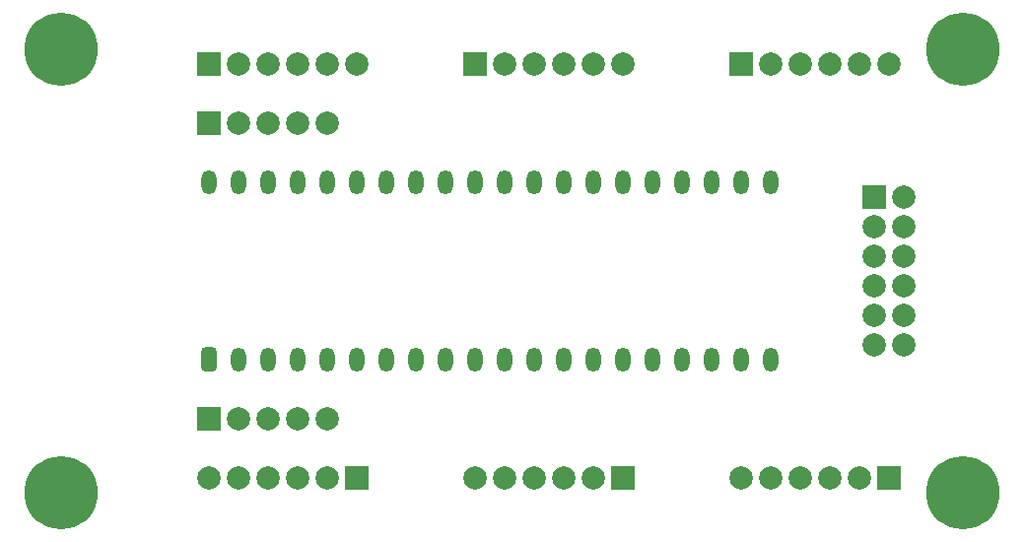
<source format=gbs>
%TF.GenerationSoftware,KiCad,Pcbnew,5.1.6-c6e7f7d~87~ubuntu18.04.1*%
%TF.CreationDate,2020-11-08T14:53:35+00:00*%
%TF.ProjectId,icepill,69636570-696c-46c2-9e6b-696361645f70,1*%
%TF.SameCoordinates,Original*%
%TF.FileFunction,Soldermask,Bot*%
%TF.FilePolarity,Negative*%
%FSLAX46Y46*%
G04 Gerber Fmt 4.6, Leading zero omitted, Abs format (unit mm)*
G04 Created by KiCad (PCBNEW 5.1.6-c6e7f7d~87~ubuntu18.04.1) date 2020-11-08 14:53:35*
%MOMM*%
%LPD*%
G01*
G04 APERTURE LIST*
%ADD10O,1.300000X2.100000*%
%ADD11C,2.000000*%
%ADD12R,2.000000X2.000000*%
%ADD13C,6.300000*%
%ADD14C,0.700000*%
G04 APERTURE END LIST*
D10*
%TO.C,U1*%
X68580000Y-66040000D03*
X71120000Y-66040000D03*
X73660000Y-66040000D03*
X76200000Y-66040000D03*
X78740000Y-66040000D03*
X81280000Y-66040000D03*
X83820000Y-66040000D03*
X86360000Y-66040000D03*
X88900000Y-66040000D03*
X91440000Y-66040000D03*
X93980000Y-66040000D03*
X96520000Y-66040000D03*
X99060000Y-66040000D03*
X101600000Y-66040000D03*
X104140000Y-66040000D03*
X106680000Y-66040000D03*
X109220000Y-66040000D03*
X111760000Y-66040000D03*
X114300000Y-66040000D03*
X116840000Y-66040000D03*
X116840000Y-81280000D03*
X114300000Y-81280000D03*
X111760000Y-81280000D03*
X109220000Y-81280000D03*
X106680000Y-81280000D03*
X104140000Y-81280000D03*
X101600000Y-81280000D03*
X99060000Y-81280000D03*
X96520000Y-81280000D03*
X93980000Y-81280000D03*
X91440000Y-81280000D03*
X88900000Y-81280000D03*
X86360000Y-81280000D03*
X83820000Y-81280000D03*
X81280000Y-81280000D03*
X78740000Y-81280000D03*
X76200000Y-81280000D03*
X73660000Y-81280000D03*
X71120000Y-81280000D03*
G36*
G01*
X68905000Y-82330000D02*
X68255000Y-82330000D01*
G75*
G02*
X67930000Y-82005000I0J325000D01*
G01*
X67930000Y-80555000D01*
G75*
G02*
X68255000Y-80230000I325000J0D01*
G01*
X68905000Y-80230000D01*
G75*
G02*
X69230000Y-80555000I0J-325000D01*
G01*
X69230000Y-82005000D01*
G75*
G02*
X68905000Y-82330000I-325000J0D01*
G01*
G37*
%TD*%
D11*
%TO.C,J6*%
X81280000Y-55880000D03*
X78740000Y-55880000D03*
X76200000Y-55880000D03*
X73660000Y-55880000D03*
X71120000Y-55880000D03*
D12*
X68580000Y-55880000D03*
%TD*%
D11*
%TO.C,J5*%
X104140000Y-55880000D03*
X101600000Y-55880000D03*
X99060000Y-55880000D03*
X96520000Y-55880000D03*
X93980000Y-55880000D03*
D12*
X91440000Y-55880000D03*
%TD*%
D11*
%TO.C,J4*%
X127000000Y-55880000D03*
X124460000Y-55880000D03*
X121920000Y-55880000D03*
X119380000Y-55880000D03*
X116840000Y-55880000D03*
D12*
X114300000Y-55880000D03*
%TD*%
D11*
%TO.C,J3*%
X114300000Y-91440000D03*
X116840000Y-91440000D03*
X119380000Y-91440000D03*
X121920000Y-91440000D03*
X124460000Y-91440000D03*
D12*
X127000000Y-91440000D03*
%TD*%
D11*
%TO.C,J2*%
X91440000Y-91440000D03*
X93980000Y-91440000D03*
X96520000Y-91440000D03*
X99060000Y-91440000D03*
X101600000Y-91440000D03*
D12*
X104140000Y-91440000D03*
%TD*%
D11*
%TO.C,J1*%
X68580000Y-91440000D03*
X71120000Y-91440000D03*
X73660000Y-91440000D03*
X76200000Y-91440000D03*
X78740000Y-91440000D03*
D12*
X81280000Y-91440000D03*
%TD*%
D13*
%TO.C,X4*%
X55880000Y-54610000D03*
D14*
X55880000Y-52110000D03*
X58380000Y-54610000D03*
X55880000Y-57110000D03*
X53380000Y-54610000D03*
X54080000Y-52810000D03*
X57680000Y-52810000D03*
X54080000Y-56410000D03*
X57680000Y-56410000D03*
%TD*%
D13*
%TO.C,X3*%
X133350000Y-54610000D03*
D14*
X133350000Y-52110000D03*
X135850000Y-54610000D03*
X133350000Y-57110000D03*
X130850000Y-54610000D03*
X131550000Y-52810000D03*
X135150000Y-52810000D03*
X131550000Y-56410000D03*
X135150000Y-56410000D03*
%TD*%
D13*
%TO.C,X2*%
X133350000Y-92710000D03*
D14*
X133350000Y-90210000D03*
X135850000Y-92710000D03*
X133350000Y-95210000D03*
X130850000Y-92710000D03*
X131550000Y-90910000D03*
X135150000Y-90910000D03*
X131550000Y-94510000D03*
X135150000Y-94510000D03*
%TD*%
D13*
%TO.C,X1*%
X55880000Y-92710000D03*
D14*
X55880000Y-90210000D03*
X58380000Y-92710000D03*
X55880000Y-95210000D03*
X53380000Y-92710000D03*
X54080000Y-90910000D03*
X57680000Y-90910000D03*
X54080000Y-94510000D03*
X57680000Y-94510000D03*
%TD*%
D11*
%TO.C,J7*%
X128270000Y-80010000D03*
X125730000Y-80010000D03*
X128270000Y-77470000D03*
X125730000Y-77470000D03*
X128270000Y-74930000D03*
X125730000Y-74930000D03*
X128270000Y-72390000D03*
X125730000Y-72390000D03*
X128270000Y-69850000D03*
X125730000Y-69850000D03*
X128270000Y-67310000D03*
D12*
X125730000Y-67310000D03*
%TD*%
D11*
%TO.C,J9*%
X78740000Y-60960000D03*
X76200000Y-60960000D03*
X73660000Y-60960000D03*
X71120000Y-60960000D03*
D12*
X68580000Y-60960000D03*
%TD*%
D11*
%TO.C,J8*%
X78740000Y-86360000D03*
X76200000Y-86360000D03*
X73660000Y-86360000D03*
X71120000Y-86360000D03*
D12*
X68580000Y-86360000D03*
%TD*%
M02*

</source>
